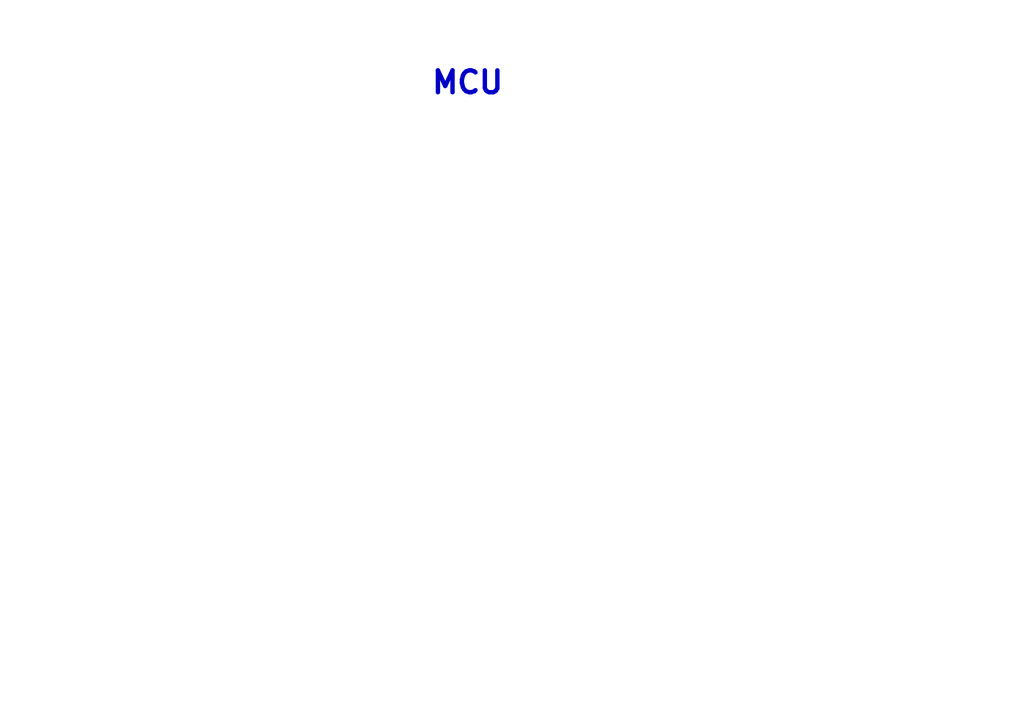
<source format=kicad_sch>
(kicad_sch
	(version 20250114)
	(generator "eeschema")
	(generator_version "9.0")
	(uuid "60038505-fe48-4b27-ae0f-5f0e23a92218")
	(paper "A4")
	(title_block
		(title "MCU")
		(date "2025-04-06")
		(rev "rev0")
		(company "DBtronics Inc.")
		(comment 1 "Dian Basit")
		(comment 2 "dianbasit@dbtronics.org")
		(comment 3 "+1 (587) 432-2486")
	)
	(lib_symbols)
	(text "${TITLE}\n"
		(exclude_from_sim no)
		(at 135.636 24.13 0)
		(effects
			(font
				(size 6.35 6.35)
				(thickness 1.27)
				(bold yes)
			)
		)
		(uuid "7e4ab3e6-4c53-4802-8797-53c81146a9ed")
	)
)

</source>
